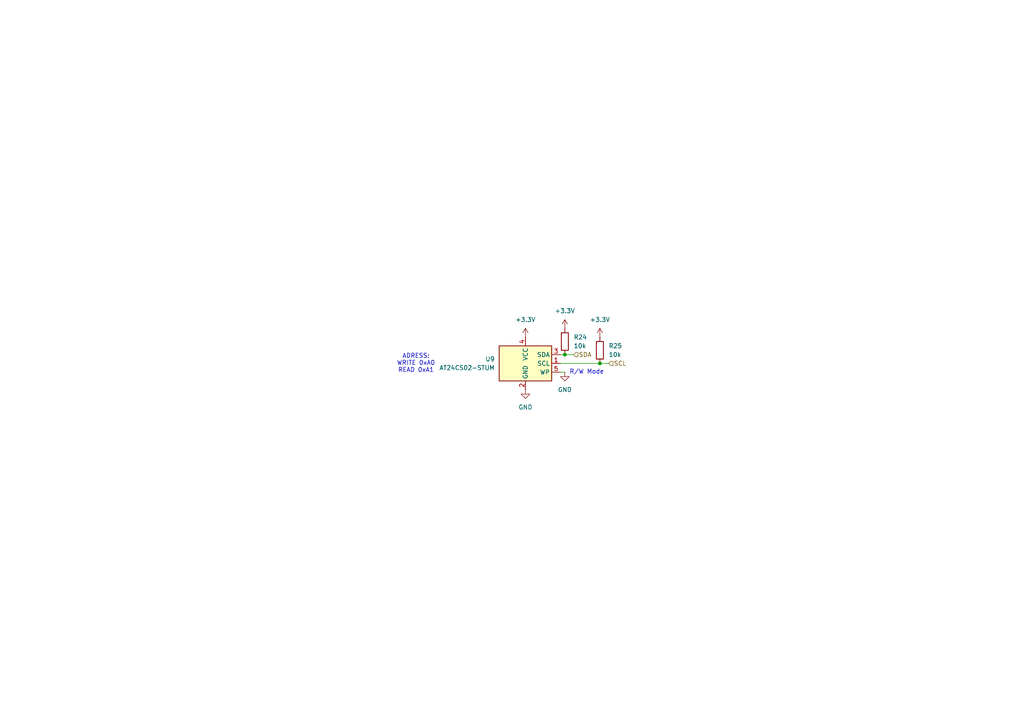
<source format=kicad_sch>
(kicad_sch (version 20231120) (generator "eeschema") (generator_version "8.0")
  (paper "A4")
  (lib_symbols
    (symbol "Device:R" (pin_numbers hide) (pin_names (offset 0))
      (property "Reference" "R" (at 2.032 0 90))
      (property "Value" "R" (at 0 0 90))
      (symbol "R_0_1"
        (rectangle (start -1.016 -2.54) (end 1.016 2.54) (stroke (width 0.254)))
      )
      (symbol "R_1_1"
        (pin passive line (at 0 3.81 270) (length 1.27) (name "~") (number "1"))
        (pin passive line (at 0 -3.81 90) (length 1.27) (name "~") (number "2"))
      )
    )
    (symbol "Memory_EEPROM:AT24CS02-STUM"
      (property "Reference" "U" (at -7.62 6.35 0))
      (property "Value" "AT24CS02-STUM" (at 2.54 -6.35 0))
      (symbol "AT24CS02-STUM_1_1"
        (rectangle (start -7.62 5.08) (end 7.62 -5.08) (stroke (width 0.254)) (fill (type background)))
        (pin input line (at 10.16 0 180) (length 2.54) (name "SCL") (number "1"))
        (pin power_in line (at 0 -7.62 90) (length 2.54) (name "GND") (number "2"))
        (pin bidirectional line (at 10.16 2.54 180) (length 2.54) (name "SDA") (number "3"))
        (pin power_in line (at 0 7.62 270) (length 2.54) (name "VCC") (number "4"))
        (pin input line (at 10.16 -2.54 180) (length 2.54) (name "WP") (number "5"))
      )
    )
    (symbol "power:+3.3V" (power) (pin_numbers hide) (pin_names (offset 0) hide)
      (property "Value" "+3.3V" (at 0 3.556 0))
      (symbol "+3.3V_0_1"
        (polyline (pts (xy -0.762 1.27) (xy 0 2.54)))
        (polyline (pts (xy 0 0) (xy 0 2.54)))
        (polyline (pts (xy 0 2.54) (xy 0.762 1.27)))
      )
      (symbol "+3.3V_1_1"
        (pin power_in line (at 0 0 90) (length 0) (name "~") (number "1"))
      )
    )
    (symbol "power:GND" (power) (pin_numbers hide) (pin_names (offset 0) hide)
      (property "Value" "GND" (at 0 -3.81 0))
      (symbol "GND_0_1"
        (polyline (pts (xy 0 0) (xy 0 -1.27) (xy 1.27 -1.27) (xy 0 -2.54) (xy -1.27 -1.27) (xy 0 -1.27)))
      )
      (symbol "GND_1_1"
        (pin power_in line (at 0 0 270) (length 0) (name "~") (number "1"))
      )
    )
  )
  (junction (at 173.99 105.41))
  (junction (at 163.83 102.87))
  (wire (pts (xy 163.83 107.95) (xy 162.56 107.95)))
  (wire (pts (xy 162.56 105.41) (xy 173.99 105.41)))
  (wire (pts (xy 166.37 102.87) (xy 163.83 102.87)))
  (wire (pts (xy 173.99 105.41) (xy 176.53 105.41)))
  (wire (pts (xy 163.83 102.87) (xy 162.56 102.87)))
  (text "ADRESS:\nWRITE 0xA0\nREAD 0xA1" (at 120.65 105.41 0) (effects (font (size 1.27 1.27))))
  (text "R/W Mode\n" (at 170.18 107.95 0) (effects (font (size 1.27 1.27))))
  (hierarchical_label "SDA" (shape input) (at 166.37 102.87 0))
  (hierarchical_label "SCL" (shape input) (at 176.53 105.41 0))
  (symbol (lib_id "Memory_EEPROM:AT24CS02-STUM") (at 152.4 105.41 0) (unit 1)
    (property "Reference" "U9" (at 143.51 104.1399 0) (effects (justify right)))
    (property "Value" "AT24CS02-STUM" (at 143.51 106.6799 0) (effects (justify right)))
    (property "Footprint" "Package_TO_SOT_SMD:SOT-23-5" (effects (hide yes)))
    (property "Datasheet" "http://ww1.microchip.com/downloads/en/DeviceDoc/Atmel-8815-SEEPROM-AT24CS01-02-Datasheet.pdf" (effects (hide yes)))
    (property "Description" "I2C Serial EEPROM, 2Kb (256x8) with Unique Serial Number, SOT-23-5" (effects (hide yes)))
  )
  (symbol (lib_id "Device:R") (at 163.83 99.06 0) (unit 1)
    (property "Reference" "R24" (at 166.37 97.7899 0) (effects (justify left)))
    (property "Value" "10k" (at 166.37 100.3299 0) (effects (justify left)))
    (property "Footprint" "Resistor_SMD:R_0603_1608Metric" (effects (hide yes)))
    (property "Description" "Resistor" (effects (hide yes)))
  )
  (symbol (lib_id "power:+3.3V") (at 152.4 97.79 0) (unit 1)
    (property "Reference" "#PWR064" (effects (hide yes)))
    (property "Value" "+3.3V" (at 152.4 92.71 0))
    (property "Description" "Power symbol creates a global label with name \"+3.3V\"" (effects (hide yes)))
  )
  (symbol (lib_id "power:+3.3V") (at 173.99 97.79 0) (unit 1)
    (property "Reference" "#PWR069" (effects (hide yes)))
    (property "Value" "+3.3V" (at 173.99 92.71 0))
    (property "Description" "Power symbol creates a global label with name \"+3.3V\"" (effects (hide yes)))
  )
  (symbol (lib_id "power:+3.3V") (at 163.83 95.25 0) (unit 1)
    (property "Reference" "#PWR068" (effects (hide yes)))
    (property "Value" "+3.3V" (at 163.83 90.17 0))
    (property "Description" "Power symbol creates a global label with name \"+3.3V\"" (effects (hide yes)))
  )
  (symbol (lib_id "Device:R") (at 173.99 101.6 0) (unit 1)
    (property "Reference" "R25" (at 176.53 100.3299 0) (effects (justify left)))
    (property "Value" "10k" (at 176.53 102.8699 0) (effects (justify left)))
    (property "Footprint" "Resistor_SMD:R_0603_1608Metric" (effects (hide yes)))
    (property "Description" "Resistor" (effects (hide yes)))
  )
  (symbol (lib_id "power:GND") (at 163.83 107.95 0) (unit 1)
    (property "Reference" "#PWR067" (effects (hide yes)))
    (property "Value" "GND" (at 163.83 113.03 0))
    (property "Description" "Power symbol creates a global label with name \"GND\" , ground" (effects (hide yes)))
  )
  (symbol (lib_id "power:GND") (at 152.4 113.03 0) (unit 1)
    (property "Reference" "#PWR066" (effects (hide yes)))
    (property "Value" "GND" (at 152.4 118.11 0))
    (property "Description" "Power symbol creates a global label with name \"GND\" , ground" (effects (hide yes)))
  )
)
</source>
